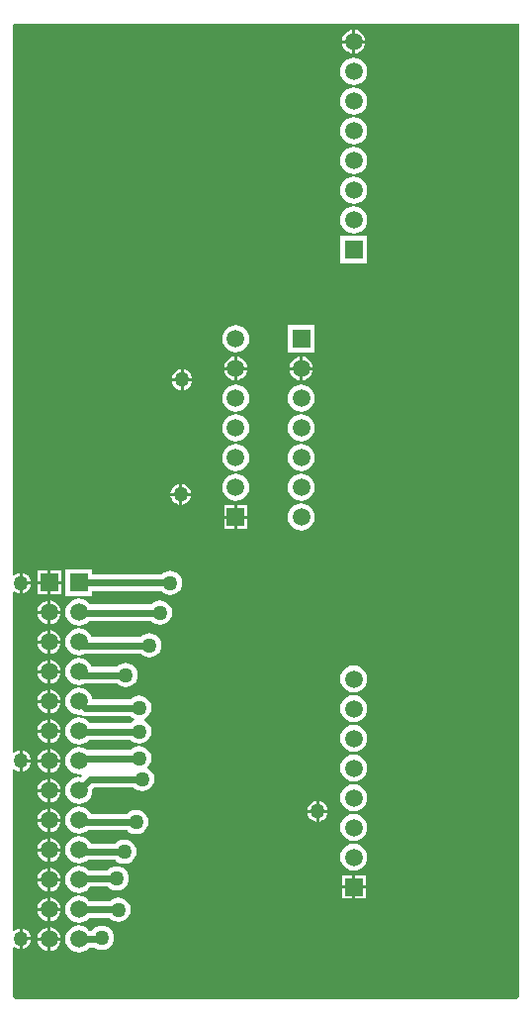
<source format=gtl>
G04 Layer_Physical_Order=1*
G04 Layer_Color=255*
%FSLAX24Y24*%
%MOIN*%
G70*
G01*
G75*
%ADD10C,0.0236*%
%ADD11C,0.0591*%
%ADD12R,0.0591X0.0591*%
%ADD13C,0.0500*%
G36*
X62677Y48835D02*
Y16126D01*
X62575Y16024D01*
X45693D01*
X45591Y16126D01*
Y17778D01*
X45641Y17803D01*
X45690Y17765D01*
X45775Y17730D01*
X45816Y17724D01*
Y18071D01*
Y18417D01*
X45775Y18412D01*
X45690Y18377D01*
X45641Y18339D01*
X45591Y18364D01*
Y23762D01*
X45641Y23787D01*
X45690Y23749D01*
X45775Y23714D01*
X45816Y23709D01*
Y24055D01*
Y24402D01*
X45775Y24396D01*
X45690Y24361D01*
X45641Y24323D01*
X45591Y24348D01*
Y29747D01*
X45641Y29771D01*
X45690Y29734D01*
X45775Y29698D01*
X45816Y29693D01*
Y30039D01*
Y30386D01*
X45775Y30380D01*
X45690Y30345D01*
X45641Y30307D01*
X45591Y30332D01*
Y48827D01*
X45630Y48858D01*
X62654D01*
X62677Y48835D01*
D02*
G37*
%LPC*%
G36*
X57087Y24276D02*
X56968Y24260D01*
X56858Y24214D01*
X56764Y24142D01*
X56691Y24047D01*
X56646Y23937D01*
X56630Y23819D01*
X56646Y23701D01*
X56691Y23591D01*
X56764Y23496D01*
X56858Y23423D01*
X56968Y23378D01*
X57087Y23362D01*
X57205Y23378D01*
X57315Y23423D01*
X57410Y23496D01*
X57482Y23591D01*
X57528Y23701D01*
X57543Y23819D01*
X57528Y23937D01*
X57482Y24047D01*
X57410Y24142D01*
X57315Y24214D01*
X57205Y24260D01*
X57087Y24276D01*
D02*
G37*
G36*
X46870Y23455D02*
Y23113D01*
X47213D01*
X47206Y23166D01*
X47166Y23262D01*
X47102Y23345D01*
X47020Y23408D01*
X46924Y23448D01*
X46870Y23455D01*
D02*
G37*
G36*
X46770Y23455D02*
X46717Y23448D01*
X46621Y23408D01*
X46539Y23345D01*
X46475Y23262D01*
X46435Y23166D01*
X46428Y23113D01*
X46770D01*
Y23455D01*
D02*
G37*
G36*
Y24013D02*
X46428D01*
X46435Y23960D01*
X46475Y23864D01*
X46539Y23781D01*
X46621Y23718D01*
X46717Y23678D01*
X46770Y23671D01*
Y24013D01*
D02*
G37*
G36*
X45916Y24402D02*
Y24105D01*
X46213D01*
X46207Y24146D01*
X46172Y24232D01*
X46116Y24305D01*
X46043Y24361D01*
X45958Y24396D01*
X45916Y24402D01*
D02*
G37*
G36*
X46213Y24005D02*
X45916D01*
Y23709D01*
X45958Y23714D01*
X46043Y23749D01*
X46116Y23805D01*
X46172Y23879D01*
X46207Y23964D01*
X46213Y24005D01*
D02*
G37*
G36*
X47213Y24013D02*
X46870D01*
Y23671D01*
X46924Y23678D01*
X47020Y23718D01*
X47102Y23781D01*
X47166Y23864D01*
X47206Y23960D01*
X47213Y24013D01*
D02*
G37*
G36*
X46870Y22455D02*
Y22113D01*
X47213D01*
X47206Y22166D01*
X47166Y22262D01*
X47102Y22345D01*
X47020Y22408D01*
X46924Y22448D01*
X46870Y22455D01*
D02*
G37*
G36*
X57087Y23276D02*
X56968Y23260D01*
X56858Y23214D01*
X56764Y23142D01*
X56691Y23047D01*
X56646Y22937D01*
X56630Y22819D01*
X56646Y22701D01*
X56691Y22591D01*
X56764Y22496D01*
X56858Y22423D01*
X56968Y22378D01*
X57087Y22362D01*
X57205Y22378D01*
X57315Y22423D01*
X57410Y22496D01*
X57482Y22591D01*
X57528Y22701D01*
X57543Y22819D01*
X57528Y22937D01*
X57482Y23047D01*
X57410Y23142D01*
X57315Y23214D01*
X57205Y23260D01*
X57087Y23276D01*
D02*
G37*
G36*
X56213Y22312D02*
X55916D01*
Y22016D01*
X55958Y22021D01*
X56043Y22056D01*
X56116Y22113D01*
X56172Y22186D01*
X56207Y22271D01*
X56213Y22312D01*
D02*
G37*
G36*
X46770Y22455D02*
X46717Y22448D01*
X46621Y22408D01*
X46539Y22345D01*
X46475Y22262D01*
X46435Y22166D01*
X46428Y22113D01*
X46770D01*
Y22455D01*
D02*
G37*
G36*
Y23013D02*
X46428D01*
X46435Y22960D01*
X46475Y22864D01*
X46539Y22781D01*
X46621Y22718D01*
X46717Y22678D01*
X46770Y22671D01*
Y23013D01*
D02*
G37*
G36*
X47213D02*
X46870D01*
Y22671D01*
X46924Y22678D01*
X47020Y22718D01*
X47102Y22781D01*
X47166Y22864D01*
X47206Y22960D01*
X47213Y23013D01*
D02*
G37*
G36*
X55816Y22709D02*
X55775Y22703D01*
X55690Y22668D01*
X55617Y22612D01*
X55560Y22539D01*
X55525Y22454D01*
X55520Y22412D01*
X55816D01*
Y22709D01*
D02*
G37*
G36*
X55916D02*
Y22412D01*
X56213D01*
X56207Y22454D01*
X56172Y22539D01*
X56116Y22612D01*
X56043Y22668D01*
X55958Y22703D01*
X55916Y22709D01*
D02*
G37*
G36*
X46770Y26013D02*
X46428D01*
X46435Y25960D01*
X46475Y25864D01*
X46539Y25781D01*
X46621Y25718D01*
X46717Y25678D01*
X46770Y25671D01*
Y26013D01*
D02*
G37*
G36*
X47213D02*
X46870D01*
Y25671D01*
X46924Y25678D01*
X47020Y25718D01*
X47102Y25781D01*
X47166Y25864D01*
X47206Y25960D01*
X47213Y26013D01*
D02*
G37*
G36*
X47820Y26520D02*
X47702Y26504D01*
X47592Y26458D01*
X47498Y26386D01*
X47425Y26291D01*
X47379Y26181D01*
X47364Y26063D01*
X47379Y25945D01*
X47425Y25835D01*
X47498Y25740D01*
X47592Y25668D01*
X47702Y25622D01*
X47820Y25606D01*
X47887Y25615D01*
X47894Y25609D01*
X47962Y25582D01*
X48033Y25572D01*
X49550D01*
X49559Y25559D01*
X49644Y25494D01*
X49686Y25477D01*
Y25423D01*
X49644Y25406D01*
X49559Y25341D01*
X49550Y25328D01*
X48188D01*
X48143Y25386D01*
X48049Y25458D01*
X47939Y25504D01*
X47820Y25520D01*
X47702Y25504D01*
X47592Y25458D01*
X47498Y25386D01*
X47425Y25291D01*
X47379Y25181D01*
X47364Y25063D01*
X47379Y24945D01*
X47425Y24835D01*
X47498Y24740D01*
X47592Y24668D01*
X47702Y24622D01*
X47820Y24606D01*
X47939Y24622D01*
X48049Y24668D01*
X48143Y24740D01*
X48168Y24772D01*
X49550D01*
X49559Y24759D01*
X49644Y24694D01*
X49744Y24653D01*
X49850Y24639D01*
X49956Y24653D01*
X50055Y24694D01*
X50141Y24759D01*
X50206Y24845D01*
X50247Y24944D01*
X50261Y25050D01*
X50247Y25156D01*
X50206Y25255D01*
X50141Y25341D01*
X50055Y25406D01*
X50014Y25423D01*
Y25477D01*
X50055Y25494D01*
X50141Y25559D01*
X50206Y25645D01*
X50247Y25744D01*
X50261Y25850D01*
X50247Y25956D01*
X50206Y26056D01*
X50141Y26141D01*
X50055Y26206D01*
X49956Y26247D01*
X49850Y26261D01*
X49744Y26247D01*
X49644Y26206D01*
X49559Y26141D01*
X49550Y26128D01*
X48269D01*
X48262Y26181D01*
X48216Y26291D01*
X48143Y26386D01*
X48049Y26458D01*
X47939Y26504D01*
X47820Y26520D01*
D02*
G37*
G36*
X57087Y26276D02*
X56968Y26260D01*
X56858Y26214D01*
X56764Y26142D01*
X56691Y26047D01*
X56646Y25937D01*
X56630Y25819D01*
X56646Y25701D01*
X56691Y25591D01*
X56764Y25496D01*
X56858Y25423D01*
X56968Y25378D01*
X57087Y25362D01*
X57205Y25378D01*
X57315Y25423D01*
X57410Y25496D01*
X57482Y25591D01*
X57528Y25701D01*
X57543Y25819D01*
X57528Y25937D01*
X57482Y26047D01*
X57410Y26142D01*
X57315Y26214D01*
X57205Y26260D01*
X57087Y26276D01*
D02*
G37*
G36*
Y27276D02*
X56968Y27260D01*
X56858Y27214D01*
X56764Y27142D01*
X56691Y27047D01*
X56646Y26937D01*
X56630Y26819D01*
X56646Y26701D01*
X56691Y26591D01*
X56764Y26496D01*
X56858Y26423D01*
X56968Y26378D01*
X57087Y26362D01*
X57205Y26378D01*
X57315Y26423D01*
X57410Y26496D01*
X57482Y26591D01*
X57528Y26701D01*
X57543Y26819D01*
X57528Y26937D01*
X57482Y27047D01*
X57410Y27142D01*
X57315Y27214D01*
X57205Y27260D01*
X57087Y27276D01*
D02*
G37*
G36*
X47820Y27520D02*
X47702Y27504D01*
X47592Y27458D01*
X47498Y27386D01*
X47425Y27291D01*
X47379Y27181D01*
X47364Y27063D01*
X47379Y26945D01*
X47425Y26835D01*
X47498Y26740D01*
X47592Y26668D01*
X47702Y26622D01*
X47820Y26606D01*
X47939Y26622D01*
X48049Y26668D01*
X48055Y26672D01*
X49100D01*
X49109Y26659D01*
X49194Y26594D01*
X49294Y26553D01*
X49400Y26539D01*
X49506Y26553D01*
X49605Y26594D01*
X49691Y26659D01*
X49756Y26744D01*
X49797Y26844D01*
X49811Y26950D01*
X49797Y27056D01*
X49756Y27155D01*
X49691Y27241D01*
X49605Y27306D01*
X49506Y27347D01*
X49400Y27361D01*
X49294Y27347D01*
X49194Y27306D01*
X49109Y27241D01*
X49100Y27228D01*
X48242D01*
X48216Y27291D01*
X48143Y27386D01*
X48049Y27458D01*
X47939Y27504D01*
X47820Y27520D01*
D02*
G37*
G36*
X46770Y26455D02*
X46717Y26448D01*
X46621Y26408D01*
X46539Y26345D01*
X46475Y26262D01*
X46435Y26166D01*
X46428Y26113D01*
X46770D01*
Y26455D01*
D02*
G37*
G36*
X46870Y26455D02*
Y26113D01*
X47213D01*
X47206Y26166D01*
X47166Y26262D01*
X47102Y26345D01*
X47020Y26408D01*
X46924Y26448D01*
X46870Y26455D01*
D02*
G37*
G36*
X57087Y25276D02*
X56968Y25260D01*
X56858Y25214D01*
X56764Y25142D01*
X56691Y25047D01*
X56646Y24937D01*
X56630Y24819D01*
X56646Y24701D01*
X56691Y24591D01*
X56764Y24496D01*
X56858Y24423D01*
X56968Y24378D01*
X57087Y24362D01*
X57205Y24378D01*
X57315Y24423D01*
X57410Y24496D01*
X57482Y24591D01*
X57528Y24701D01*
X57543Y24819D01*
X57528Y24937D01*
X57482Y25047D01*
X57410Y25142D01*
X57315Y25214D01*
X57205Y25260D01*
X57087Y25276D01*
D02*
G37*
G36*
X49850Y24561D02*
X49744Y24547D01*
X49644Y24506D01*
X49559Y24441D01*
X49550Y24428D01*
X48089D01*
X48049Y24458D01*
X47939Y24504D01*
X47820Y24520D01*
X47702Y24504D01*
X47592Y24458D01*
X47498Y24386D01*
X47425Y24291D01*
X47379Y24181D01*
X47364Y24063D01*
X47379Y23945D01*
X47425Y23835D01*
X47498Y23740D01*
X47592Y23668D01*
X47702Y23622D01*
X47820Y23606D01*
X47912Y23618D01*
X47935Y23571D01*
X47877Y23512D01*
X47820Y23520D01*
X47702Y23504D01*
X47592Y23458D01*
X47498Y23386D01*
X47425Y23291D01*
X47379Y23181D01*
X47364Y23063D01*
X47379Y22945D01*
X47425Y22835D01*
X47498Y22740D01*
X47592Y22668D01*
X47702Y22622D01*
X47820Y22606D01*
X47939Y22622D01*
X48049Y22668D01*
X48143Y22740D01*
X48216Y22835D01*
X48262Y22945D01*
X48277Y23063D01*
X48270Y23119D01*
X48323Y23172D01*
X49650D01*
X49659Y23159D01*
X49745Y23094D01*
X49844Y23053D01*
X49950Y23039D01*
X50056Y23053D01*
X50156Y23094D01*
X50241Y23159D01*
X50306Y23245D01*
X50347Y23344D01*
X50361Y23450D01*
X50347Y23556D01*
X50306Y23656D01*
X50241Y23741D01*
X50156Y23806D01*
X50147Y23810D01*
X50144Y23828D01*
X50145Y23865D01*
X50206Y23944D01*
X50247Y24044D01*
X50261Y24150D01*
X50247Y24256D01*
X50206Y24355D01*
X50141Y24441D01*
X50055Y24506D01*
X49956Y24547D01*
X49850Y24561D01*
D02*
G37*
G36*
X46770Y24455D02*
X46717Y24448D01*
X46621Y24408D01*
X46539Y24345D01*
X46475Y24262D01*
X46435Y24166D01*
X46428Y24113D01*
X46770D01*
Y24455D01*
D02*
G37*
G36*
X46870Y24455D02*
Y24113D01*
X47213D01*
X47206Y24166D01*
X47166Y24262D01*
X47102Y24345D01*
X47020Y24408D01*
X46924Y24448D01*
X46870Y24455D01*
D02*
G37*
G36*
X46770Y25455D02*
X46717Y25448D01*
X46621Y25408D01*
X46539Y25345D01*
X46475Y25262D01*
X46435Y25166D01*
X46428Y25113D01*
X46770D01*
Y25455D01*
D02*
G37*
G36*
X46870Y25455D02*
Y25113D01*
X47213D01*
X47206Y25166D01*
X47166Y25262D01*
X47102Y25345D01*
X47020Y25408D01*
X46924Y25448D01*
X46870Y25455D01*
D02*
G37*
G36*
X46770Y25013D02*
X46428D01*
X46435Y24960D01*
X46475Y24864D01*
X46539Y24781D01*
X46621Y24718D01*
X46717Y24678D01*
X46770Y24671D01*
Y25013D01*
D02*
G37*
G36*
X47213D02*
X46870D01*
Y24671D01*
X46924Y24678D01*
X47020Y24718D01*
X47102Y24781D01*
X47166Y24864D01*
X47206Y24960D01*
X47213Y25013D01*
D02*
G37*
G36*
X46770Y19455D02*
X46717Y19448D01*
X46621Y19408D01*
X46539Y19345D01*
X46475Y19262D01*
X46435Y19166D01*
X46428Y19113D01*
X46770D01*
Y19455D01*
D02*
G37*
G36*
X46870Y19455D02*
Y19113D01*
X47213D01*
X47206Y19166D01*
X47166Y19262D01*
X47102Y19345D01*
X47020Y19408D01*
X46924Y19448D01*
X46870Y19455D01*
D02*
G37*
G36*
X46770Y19013D02*
X46428D01*
X46435Y18960D01*
X46475Y18864D01*
X46539Y18781D01*
X46621Y18718D01*
X46717Y18678D01*
X46770Y18671D01*
Y19013D01*
D02*
G37*
G36*
X47213D02*
X46870D01*
Y18671D01*
X46924Y18678D01*
X47020Y18718D01*
X47102Y18781D01*
X47166Y18864D01*
X47206Y18960D01*
X47213Y19013D01*
D02*
G37*
G36*
X46770Y20013D02*
X46428D01*
X46435Y19960D01*
X46475Y19864D01*
X46539Y19781D01*
X46621Y19718D01*
X46717Y19678D01*
X46770Y19671D01*
Y20013D01*
D02*
G37*
G36*
X47213D02*
X46870D01*
Y19671D01*
X46924Y19678D01*
X47020Y19718D01*
X47102Y19781D01*
X47166Y19864D01*
X47206Y19960D01*
X47213Y20013D01*
D02*
G37*
G36*
X57037Y19769D02*
X56691D01*
Y19424D01*
X57037D01*
Y19769D01*
D02*
G37*
G36*
X57482D02*
X57137D01*
Y19424D01*
X57482D01*
Y19769D01*
D02*
G37*
G36*
X47820Y18520D02*
X47702Y18504D01*
X47592Y18458D01*
X47498Y18386D01*
X47425Y18291D01*
X47379Y18181D01*
X47364Y18063D01*
X47379Y17945D01*
X47425Y17835D01*
X47498Y17740D01*
X47592Y17668D01*
X47702Y17622D01*
X47820Y17606D01*
X47939Y17622D01*
X48049Y17668D01*
X48143Y17740D01*
X48178Y17785D01*
X48341D01*
X48394Y17744D01*
X48494Y17703D01*
X48600Y17689D01*
X48706Y17703D01*
X48805Y17744D01*
X48891Y17809D01*
X48956Y17895D01*
X48997Y17994D01*
X49011Y18100D01*
X48997Y18206D01*
X48956Y18305D01*
X48891Y18391D01*
X48805Y18456D01*
X48706Y18497D01*
X48600Y18511D01*
X48494Y18497D01*
X48394Y18456D01*
X48309Y18391D01*
X48271Y18341D01*
X48178D01*
X48143Y18386D01*
X48049Y18458D01*
X47939Y18504D01*
X47820Y18520D01*
D02*
G37*
G36*
X46213Y18021D02*
X45916D01*
Y17724D01*
X45958Y17730D01*
X46043Y17765D01*
X46116Y17821D01*
X46172Y17894D01*
X46207Y17980D01*
X46213Y18021D01*
D02*
G37*
G36*
X46770Y18013D02*
X46428D01*
X46435Y17960D01*
X46475Y17864D01*
X46539Y17781D01*
X46621Y17718D01*
X46717Y17678D01*
X46770Y17671D01*
Y18013D01*
D02*
G37*
G36*
X47213D02*
X46870D01*
Y17671D01*
X46924Y17678D01*
X47020Y17718D01*
X47102Y17781D01*
X47166Y17864D01*
X47206Y17960D01*
X47213Y18013D01*
D02*
G37*
G36*
X45916Y18417D02*
Y18121D01*
X46213D01*
X46207Y18162D01*
X46172Y18247D01*
X46116Y18320D01*
X46043Y18377D01*
X45958Y18412D01*
X45916Y18417D01*
D02*
G37*
G36*
X47820Y19520D02*
X47702Y19504D01*
X47592Y19458D01*
X47498Y19386D01*
X47425Y19291D01*
X47379Y19181D01*
X47364Y19063D01*
X47379Y18945D01*
X47425Y18835D01*
X47498Y18740D01*
X47592Y18668D01*
X47702Y18622D01*
X47820Y18606D01*
X47939Y18622D01*
X48049Y18668D01*
X48143Y18740D01*
X48178Y18785D01*
X48840D01*
X48859Y18759D01*
X48945Y18694D01*
X49044Y18653D01*
X49150Y18639D01*
X49256Y18653D01*
X49356Y18694D01*
X49441Y18759D01*
X49506Y18844D01*
X49547Y18944D01*
X49561Y19050D01*
X49547Y19156D01*
X49506Y19255D01*
X49441Y19341D01*
X49356Y19406D01*
X49256Y19447D01*
X49150Y19461D01*
X49044Y19447D01*
X48945Y19406D01*
X48860Y19341D01*
X48178D01*
X48143Y19386D01*
X48049Y19458D01*
X47939Y19504D01*
X47820Y19520D01*
D02*
G37*
G36*
X46770Y18455D02*
X46717Y18448D01*
X46621Y18408D01*
X46539Y18345D01*
X46475Y18262D01*
X46435Y18166D01*
X46428Y18113D01*
X46770D01*
Y18455D01*
D02*
G37*
G36*
X46870Y18455D02*
Y18113D01*
X47213D01*
X47206Y18166D01*
X47166Y18262D01*
X47102Y18345D01*
X47020Y18408D01*
X46924Y18448D01*
X46870Y18455D01*
D02*
G37*
G36*
Y21455D02*
Y21113D01*
X47213D01*
X47206Y21166D01*
X47166Y21262D01*
X47102Y21345D01*
X47020Y21408D01*
X46924Y21448D01*
X46870Y21455D01*
D02*
G37*
G36*
X57087Y22276D02*
X56968Y22260D01*
X56858Y22214D01*
X56764Y22142D01*
X56691Y22047D01*
X56646Y21937D01*
X56630Y21819D01*
X56646Y21701D01*
X56691Y21591D01*
X56764Y21496D01*
X56858Y21423D01*
X56968Y21378D01*
X57087Y21362D01*
X57205Y21378D01*
X57315Y21423D01*
X57410Y21496D01*
X57482Y21591D01*
X57528Y21701D01*
X57543Y21819D01*
X57528Y21937D01*
X57482Y22047D01*
X57410Y22142D01*
X57315Y22214D01*
X57205Y22260D01*
X57087Y22276D01*
D02*
G37*
G36*
X47213Y21013D02*
X46870D01*
Y20671D01*
X46924Y20678D01*
X47020Y20718D01*
X47102Y20781D01*
X47166Y20864D01*
X47206Y20960D01*
X47213Y21013D01*
D02*
G37*
G36*
X46770Y21455D02*
X46717Y21448D01*
X46621Y21408D01*
X46539Y21345D01*
X46475Y21262D01*
X46435Y21166D01*
X46428Y21113D01*
X46770D01*
Y21455D01*
D02*
G37*
G36*
X47213Y22013D02*
X46870D01*
Y21671D01*
X46924Y21678D01*
X47020Y21718D01*
X47102Y21781D01*
X47166Y21864D01*
X47206Y21960D01*
X47213Y22013D01*
D02*
G37*
G36*
X55816Y22312D02*
X55520D01*
X55525Y22271D01*
X55560Y22186D01*
X55617Y22113D01*
X55690Y22056D01*
X55775Y22021D01*
X55816Y22016D01*
Y22312D01*
D02*
G37*
G36*
X47820Y22520D02*
X47702Y22504D01*
X47592Y22458D01*
X47498Y22386D01*
X47425Y22291D01*
X47379Y22181D01*
X47364Y22063D01*
X47379Y21945D01*
X47425Y21835D01*
X47498Y21740D01*
X47592Y21668D01*
X47702Y21622D01*
X47820Y21606D01*
X47939Y21622D01*
X48049Y21668D01*
X48120Y21722D01*
X49450D01*
X49459Y21709D01*
X49545Y21644D01*
X49644Y21603D01*
X49750Y21589D01*
X49856Y21603D01*
X49956Y21644D01*
X50041Y21709D01*
X50106Y21795D01*
X50147Y21894D01*
X50161Y22000D01*
X50147Y22106D01*
X50106Y22206D01*
X50041Y22291D01*
X49956Y22356D01*
X49856Y22397D01*
X49750Y22411D01*
X49644Y22397D01*
X49545Y22356D01*
X49459Y22291D01*
X49450Y22278D01*
X48221D01*
X48216Y22291D01*
X48143Y22386D01*
X48049Y22458D01*
X47939Y22504D01*
X47820Y22520D01*
D02*
G37*
G36*
X46770Y22013D02*
X46428D01*
X46435Y21960D01*
X46475Y21864D01*
X46539Y21781D01*
X46621Y21718D01*
X46717Y21678D01*
X46770Y21671D01*
Y22013D01*
D02*
G37*
G36*
X57482Y20214D02*
X57137D01*
Y19869D01*
X57482D01*
Y20214D01*
D02*
G37*
G36*
X46770Y20455D02*
X46717Y20448D01*
X46621Y20408D01*
X46539Y20345D01*
X46475Y20262D01*
X46435Y20166D01*
X46428Y20113D01*
X46770D01*
Y20455D01*
D02*
G37*
G36*
X47820Y20520D02*
X47702Y20504D01*
X47592Y20458D01*
X47498Y20386D01*
X47425Y20291D01*
X47379Y20181D01*
X47364Y20063D01*
X47379Y19945D01*
X47425Y19835D01*
X47498Y19740D01*
X47592Y19668D01*
X47702Y19622D01*
X47820Y19606D01*
X47939Y19622D01*
X48049Y19668D01*
X48143Y19740D01*
X48206Y19822D01*
X48800D01*
X48809Y19809D01*
X48895Y19744D01*
X48994Y19703D01*
X49100Y19689D01*
X49206Y19703D01*
X49306Y19744D01*
X49391Y19809D01*
X49456Y19894D01*
X49497Y19994D01*
X49511Y20100D01*
X49497Y20206D01*
X49456Y20306D01*
X49391Y20391D01*
X49306Y20456D01*
X49206Y20497D01*
X49100Y20511D01*
X48994Y20497D01*
X48895Y20456D01*
X48809Y20391D01*
X48800Y20378D01*
X48149D01*
X48143Y20386D01*
X48049Y20458D01*
X47939Y20504D01*
X47820Y20520D01*
D02*
G37*
G36*
X57037Y20214D02*
X56691D01*
Y19869D01*
X57037D01*
Y20214D01*
D02*
G37*
G36*
X47820Y21520D02*
X47702Y21504D01*
X47592Y21458D01*
X47498Y21386D01*
X47425Y21291D01*
X47379Y21181D01*
X47364Y21063D01*
X47379Y20945D01*
X47425Y20835D01*
X47498Y20740D01*
X47592Y20668D01*
X47702Y20622D01*
X47820Y20606D01*
X47939Y20622D01*
X48049Y20668D01*
X48120Y20722D01*
X49050D01*
X49059Y20709D01*
X49145Y20644D01*
X49244Y20603D01*
X49350Y20589D01*
X49456Y20603D01*
X49556Y20644D01*
X49641Y20709D01*
X49706Y20794D01*
X49747Y20894D01*
X49761Y21000D01*
X49747Y21106D01*
X49706Y21205D01*
X49641Y21291D01*
X49556Y21356D01*
X49456Y21397D01*
X49350Y21411D01*
X49244Y21397D01*
X49145Y21356D01*
X49059Y21291D01*
X49050Y21278D01*
X48221D01*
X48216Y21291D01*
X48143Y21386D01*
X48049Y21458D01*
X47939Y21504D01*
X47820Y21520D01*
D02*
G37*
G36*
X46770Y21013D02*
X46428D01*
X46435Y20960D01*
X46475Y20864D01*
X46539Y20781D01*
X46621Y20718D01*
X46717Y20678D01*
X46770Y20671D01*
Y21013D01*
D02*
G37*
G36*
X46870Y20455D02*
Y20113D01*
X47213D01*
X47206Y20166D01*
X47166Y20262D01*
X47102Y20345D01*
X47020Y20408D01*
X46924Y20448D01*
X46870Y20455D01*
D02*
G37*
G36*
X57087Y21276D02*
X56968Y21260D01*
X56858Y21214D01*
X56764Y21142D01*
X56691Y21047D01*
X56646Y20937D01*
X56630Y20819D01*
X56646Y20701D01*
X56691Y20591D01*
X56764Y20496D01*
X56858Y20423D01*
X56968Y20378D01*
X57087Y20362D01*
X57205Y20378D01*
X57315Y20423D01*
X57410Y20496D01*
X57482Y20591D01*
X57528Y20701D01*
X57543Y20819D01*
X57528Y20937D01*
X57482Y21047D01*
X57410Y21142D01*
X57315Y21214D01*
X57205Y21260D01*
X57087Y21276D01*
D02*
G37*
G36*
X55707Y37218D02*
X55365D01*
Y36876D01*
X55418Y36883D01*
X55514Y36922D01*
X55597Y36986D01*
X55660Y37068D01*
X55700Y37165D01*
X55707Y37218D01*
D02*
G37*
G36*
X55265D02*
X54923D01*
X54930Y37165D01*
X54970Y37068D01*
X55033Y36986D01*
X55116Y36922D01*
X55212Y36883D01*
X55265Y36876D01*
Y37218D01*
D02*
G37*
G36*
X53502Y37218D02*
X53160D01*
Y36876D01*
X53213Y36883D01*
X53310Y36922D01*
X53392Y36986D01*
X53456Y37068D01*
X53495Y37165D01*
X53502Y37218D01*
D02*
G37*
G36*
X53060D02*
X52718D01*
X52725Y37165D01*
X52765Y37068D01*
X52828Y36986D01*
X52911Y36922D01*
X53007Y36883D01*
X53060Y36876D01*
Y37218D01*
D02*
G37*
G36*
X55265Y37660D02*
X55212Y37653D01*
X55116Y37613D01*
X55033Y37550D01*
X54970Y37467D01*
X54930Y37371D01*
X54923Y37318D01*
X55265D01*
Y37660D01*
D02*
G37*
G36*
X51349Y37236D02*
Y36940D01*
X51646D01*
X51640Y36981D01*
X51605Y37066D01*
X51549Y37139D01*
X51476Y37195D01*
X51391Y37231D01*
X51349Y37236D01*
D02*
G37*
G36*
X51249D02*
X51208Y37231D01*
X51123Y37195D01*
X51050Y37139D01*
X50993Y37066D01*
X50958Y36981D01*
X50953Y36940D01*
X51249D01*
Y37236D01*
D02*
G37*
G36*
X51646Y36840D02*
X51349D01*
Y36543D01*
X51391Y36549D01*
X51476Y36584D01*
X51549Y36640D01*
X51605Y36713D01*
X51640Y36798D01*
X51646Y36840D01*
D02*
G37*
G36*
X53110Y35724D02*
X52992Y35709D01*
X52882Y35663D01*
X52787Y35591D01*
X52715Y35496D01*
X52669Y35386D01*
X52654Y35268D01*
X52669Y35150D01*
X52715Y35039D01*
X52787Y34945D01*
X52882Y34872D01*
X52992Y34827D01*
X53110Y34811D01*
X53228Y34827D01*
X53339Y34872D01*
X53433Y34945D01*
X53506Y35039D01*
X53551Y35150D01*
X53567Y35268D01*
X53551Y35386D01*
X53506Y35496D01*
X53433Y35591D01*
X53339Y35663D01*
X53228Y35709D01*
X53110Y35724D01*
D02*
G37*
G36*
X55315Y34724D02*
X55197Y34709D01*
X55087Y34663D01*
X54992Y34591D01*
X54919Y34496D01*
X54874Y34386D01*
X54858Y34268D01*
X54874Y34150D01*
X54919Y34039D01*
X54992Y33945D01*
X55087Y33872D01*
X55197Y33827D01*
X55315Y33811D01*
X55433Y33827D01*
X55543Y33872D01*
X55638Y33945D01*
X55710Y34039D01*
X55756Y34150D01*
X55772Y34268D01*
X55756Y34386D01*
X55710Y34496D01*
X55638Y34591D01*
X55543Y34663D01*
X55433Y34709D01*
X55315Y34724D01*
D02*
G37*
G36*
X53110D02*
X52992Y34709D01*
X52882Y34663D01*
X52787Y34591D01*
X52715Y34496D01*
X52669Y34386D01*
X52654Y34268D01*
X52669Y34150D01*
X52715Y34039D01*
X52787Y33945D01*
X52882Y33872D01*
X52992Y33827D01*
X53110Y33811D01*
X53228Y33827D01*
X53339Y33872D01*
X53433Y33945D01*
X53506Y34039D01*
X53551Y34150D01*
X53567Y34268D01*
X53551Y34386D01*
X53506Y34496D01*
X53433Y34591D01*
X53339Y34663D01*
X53228Y34709D01*
X53110Y34724D01*
D02*
G37*
G36*
X55315Y35724D02*
X55197Y35709D01*
X55087Y35663D01*
X54992Y35591D01*
X54919Y35496D01*
X54874Y35386D01*
X54858Y35268D01*
X54874Y35150D01*
X54919Y35039D01*
X54992Y34945D01*
X55087Y34872D01*
X55197Y34827D01*
X55315Y34811D01*
X55433Y34827D01*
X55543Y34872D01*
X55638Y34945D01*
X55710Y35039D01*
X55756Y35150D01*
X55772Y35268D01*
X55756Y35386D01*
X55710Y35496D01*
X55638Y35591D01*
X55543Y35663D01*
X55433Y35709D01*
X55315Y35724D01*
D02*
G37*
G36*
X51249Y36840D02*
X50953D01*
X50958Y36798D01*
X50993Y36713D01*
X51050Y36640D01*
X51123Y36584D01*
X51208Y36549D01*
X51249Y36543D01*
Y36840D01*
D02*
G37*
G36*
X55315Y36724D02*
X55197Y36709D01*
X55087Y36663D01*
X54992Y36591D01*
X54919Y36496D01*
X54874Y36386D01*
X54858Y36268D01*
X54874Y36150D01*
X54919Y36039D01*
X54992Y35945D01*
X55087Y35872D01*
X55197Y35827D01*
X55315Y35811D01*
X55433Y35827D01*
X55543Y35872D01*
X55638Y35945D01*
X55710Y36039D01*
X55756Y36150D01*
X55772Y36268D01*
X55756Y36386D01*
X55710Y36496D01*
X55638Y36591D01*
X55543Y36663D01*
X55433Y36709D01*
X55315Y36724D01*
D02*
G37*
G36*
X53110D02*
X52992Y36709D01*
X52882Y36663D01*
X52787Y36591D01*
X52715Y36496D01*
X52669Y36386D01*
X52654Y36268D01*
X52669Y36150D01*
X52715Y36039D01*
X52787Y35945D01*
X52882Y35872D01*
X52992Y35827D01*
X53110Y35811D01*
X53228Y35827D01*
X53339Y35872D01*
X53433Y35945D01*
X53506Y36039D01*
X53551Y36150D01*
X53567Y36268D01*
X53551Y36386D01*
X53506Y36496D01*
X53433Y36591D01*
X53339Y36663D01*
X53228Y36709D01*
X53110Y36724D01*
D02*
G37*
G36*
X55365Y37660D02*
Y37318D01*
X55707D01*
X55700Y37371D01*
X55660Y37467D01*
X55597Y37550D01*
X55514Y37613D01*
X55418Y37653D01*
X55365Y37660D01*
D02*
G37*
G36*
X57087Y47724D02*
X56968Y47709D01*
X56858Y47663D01*
X56764Y47591D01*
X56691Y47496D01*
X56646Y47386D01*
X56630Y47268D01*
X56646Y47150D01*
X56691Y47039D01*
X56764Y46945D01*
X56858Y46872D01*
X56968Y46827D01*
X57087Y46811D01*
X57205Y46827D01*
X57315Y46872D01*
X57410Y46945D01*
X57482Y47039D01*
X57528Y47150D01*
X57543Y47268D01*
X57528Y47386D01*
X57482Y47496D01*
X57410Y47591D01*
X57315Y47663D01*
X57205Y47709D01*
X57087Y47724D01*
D02*
G37*
G36*
Y46724D02*
X56968Y46709D01*
X56858Y46663D01*
X56764Y46591D01*
X56691Y46496D01*
X56646Y46386D01*
X56630Y46268D01*
X56646Y46150D01*
X56691Y46039D01*
X56764Y45945D01*
X56858Y45872D01*
X56968Y45827D01*
X57087Y45811D01*
X57205Y45827D01*
X57315Y45872D01*
X57410Y45945D01*
X57482Y46039D01*
X57528Y46150D01*
X57543Y46268D01*
X57528Y46386D01*
X57482Y46496D01*
X57410Y46591D01*
X57315Y46663D01*
X57205Y46709D01*
X57087Y46724D01*
D02*
G37*
G36*
Y45724D02*
X56968Y45709D01*
X56858Y45663D01*
X56764Y45591D01*
X56691Y45496D01*
X56646Y45386D01*
X56630Y45268D01*
X56646Y45150D01*
X56691Y45039D01*
X56764Y44945D01*
X56858Y44872D01*
X56968Y44827D01*
X57087Y44811D01*
X57205Y44827D01*
X57315Y44872D01*
X57410Y44945D01*
X57482Y45039D01*
X57528Y45150D01*
X57543Y45268D01*
X57528Y45386D01*
X57482Y45496D01*
X57410Y45591D01*
X57315Y45663D01*
X57205Y45709D01*
X57087Y45724D01*
D02*
G37*
G36*
X57037Y48218D02*
X56695D01*
X56702Y48165D01*
X56741Y48068D01*
X56805Y47986D01*
X56887Y47922D01*
X56983Y47883D01*
X57037Y47876D01*
Y48218D01*
D02*
G37*
G36*
X57137Y48660D02*
Y48318D01*
X57479D01*
X57472Y48371D01*
X57432Y48467D01*
X57369Y48550D01*
X57286Y48613D01*
X57190Y48653D01*
X57137Y48660D01*
D02*
G37*
G36*
X57037D02*
X56983Y48653D01*
X56887Y48613D01*
X56805Y48550D01*
X56741Y48467D01*
X56702Y48371D01*
X56695Y48318D01*
X57037D01*
Y48660D01*
D02*
G37*
G36*
X57479Y48218D02*
X57137D01*
Y47876D01*
X57190Y47883D01*
X57286Y47922D01*
X57369Y47986D01*
X57432Y48068D01*
X57472Y48165D01*
X57479Y48218D01*
D02*
G37*
G36*
X57087Y44724D02*
X56968Y44709D01*
X56858Y44663D01*
X56764Y44591D01*
X56691Y44496D01*
X56646Y44386D01*
X56630Y44268D01*
X56646Y44150D01*
X56691Y44039D01*
X56764Y43945D01*
X56858Y43872D01*
X56968Y43827D01*
X57087Y43811D01*
X57205Y43827D01*
X57315Y43872D01*
X57410Y43945D01*
X57482Y44039D01*
X57528Y44150D01*
X57543Y44268D01*
X57528Y44386D01*
X57482Y44496D01*
X57410Y44591D01*
X57315Y44663D01*
X57205Y44709D01*
X57087Y44724D01*
D02*
G37*
G36*
X53110Y38724D02*
X52992Y38709D01*
X52882Y38663D01*
X52787Y38591D01*
X52715Y38496D01*
X52669Y38386D01*
X52654Y38268D01*
X52669Y38150D01*
X52715Y38039D01*
X52787Y37945D01*
X52882Y37872D01*
X52992Y37827D01*
X53110Y37811D01*
X53228Y37827D01*
X53339Y37872D01*
X53433Y37945D01*
X53506Y38039D01*
X53551Y38150D01*
X53567Y38268D01*
X53551Y38386D01*
X53506Y38496D01*
X53433Y38591D01*
X53339Y38663D01*
X53228Y38709D01*
X53110Y38724D01*
D02*
G37*
G36*
X53160Y37660D02*
Y37318D01*
X53502D01*
X53495Y37371D01*
X53456Y37467D01*
X53392Y37550D01*
X53310Y37613D01*
X53213Y37653D01*
X53160Y37660D01*
D02*
G37*
G36*
X53060D02*
X53007Y37653D01*
X52911Y37613D01*
X52828Y37550D01*
X52765Y37467D01*
X52725Y37371D01*
X52718Y37318D01*
X53060D01*
Y37660D01*
D02*
G37*
G36*
X55768Y38720D02*
X54862D01*
Y37815D01*
X55768D01*
Y38720D01*
D02*
G37*
G36*
X57087Y43724D02*
X56968Y43709D01*
X56858Y43663D01*
X56764Y43591D01*
X56691Y43496D01*
X56646Y43386D01*
X56630Y43268D01*
X56646Y43150D01*
X56691Y43039D01*
X56764Y42945D01*
X56858Y42872D01*
X56968Y42827D01*
X57087Y42811D01*
X57205Y42827D01*
X57315Y42872D01*
X57410Y42945D01*
X57482Y43039D01*
X57528Y43150D01*
X57543Y43268D01*
X57528Y43386D01*
X57482Y43496D01*
X57410Y43591D01*
X57315Y43663D01*
X57205Y43709D01*
X57087Y43724D01*
D02*
G37*
G36*
Y42724D02*
X56968Y42709D01*
X56858Y42663D01*
X56764Y42591D01*
X56691Y42496D01*
X56646Y42386D01*
X56630Y42268D01*
X56646Y42150D01*
X56691Y42039D01*
X56764Y41945D01*
X56858Y41872D01*
X56968Y41827D01*
X57087Y41811D01*
X57205Y41827D01*
X57315Y41872D01*
X57410Y41945D01*
X57482Y42039D01*
X57528Y42150D01*
X57543Y42268D01*
X57528Y42386D01*
X57482Y42496D01*
X57410Y42591D01*
X57315Y42663D01*
X57205Y42709D01*
X57087Y42724D01*
D02*
G37*
G36*
X57539Y41720D02*
X56634D01*
Y40815D01*
X57539D01*
Y41720D01*
D02*
G37*
G36*
X51310Y33378D02*
Y33082D01*
X51606D01*
X51601Y33123D01*
X51566Y33208D01*
X51509Y33281D01*
X51436Y33337D01*
X51351Y33372D01*
X51310Y33378D01*
D02*
G37*
G36*
X46770Y29013D02*
X46428D01*
X46435Y28960D01*
X46475Y28864D01*
X46539Y28781D01*
X46621Y28718D01*
X46717Y28678D01*
X46770Y28671D01*
Y29013D01*
D02*
G37*
G36*
X47820Y29520D02*
X47702Y29504D01*
X47592Y29458D01*
X47498Y29386D01*
X47425Y29291D01*
X47379Y29181D01*
X47364Y29063D01*
X47379Y28945D01*
X47425Y28835D01*
X47498Y28740D01*
X47592Y28668D01*
X47702Y28622D01*
X47820Y28606D01*
X47939Y28622D01*
X48049Y28668D01*
X48143Y28740D01*
X48168Y28772D01*
X50250D01*
X50259Y28759D01*
X50345Y28694D01*
X50444Y28653D01*
X50550Y28639D01*
X50656Y28653D01*
X50756Y28694D01*
X50841Y28759D01*
X50906Y28844D01*
X50947Y28944D01*
X50961Y29050D01*
X50947Y29156D01*
X50906Y29255D01*
X50841Y29341D01*
X50756Y29406D01*
X50656Y29447D01*
X50550Y29461D01*
X50444Y29447D01*
X50345Y29406D01*
X50259Y29341D01*
X50250Y29328D01*
X48188D01*
X48143Y29386D01*
X48049Y29458D01*
X47939Y29504D01*
X47820Y29520D01*
D02*
G37*
G36*
X46870Y28455D02*
Y28113D01*
X47213D01*
X47206Y28166D01*
X47166Y28262D01*
X47102Y28345D01*
X47020Y28408D01*
X46924Y28448D01*
X46870Y28455D01*
D02*
G37*
G36*
X47213Y29013D02*
X46870D01*
Y28671D01*
X46924Y28678D01*
X47020Y28718D01*
X47102Y28781D01*
X47166Y28864D01*
X47206Y28960D01*
X47213Y29013D01*
D02*
G37*
G36*
X48273Y30516D02*
X47368D01*
Y29610D01*
X48273D01*
Y29785D01*
X50590D01*
X50609Y29759D01*
X50694Y29694D01*
X50794Y29653D01*
X50900Y29639D01*
X51006Y29653D01*
X51105Y29694D01*
X51191Y29759D01*
X51256Y29845D01*
X51297Y29944D01*
X51311Y30050D01*
X51297Y30156D01*
X51256Y30255D01*
X51191Y30341D01*
X51105Y30406D01*
X51006Y30447D01*
X50900Y30461D01*
X50794Y30447D01*
X50694Y30406D01*
X50610Y30341D01*
X48273D01*
Y30516D01*
D02*
G37*
G36*
X46870Y29455D02*
Y29113D01*
X47213D01*
X47206Y29166D01*
X47166Y29262D01*
X47102Y29345D01*
X47020Y29408D01*
X46924Y29448D01*
X46870Y29455D01*
D02*
G37*
G36*
X46770Y29455D02*
X46717Y29448D01*
X46621Y29408D01*
X46539Y29345D01*
X46475Y29262D01*
X46435Y29166D01*
X46428Y29113D01*
X46770D01*
Y29455D01*
D02*
G37*
G36*
Y28455D02*
X46717Y28448D01*
X46621Y28408D01*
X46539Y28345D01*
X46475Y28262D01*
X46435Y28166D01*
X46428Y28113D01*
X46770D01*
Y28455D01*
D02*
G37*
G36*
Y27455D02*
X46717Y27448D01*
X46621Y27408D01*
X46539Y27345D01*
X46475Y27262D01*
X46435Y27166D01*
X46428Y27113D01*
X46770D01*
Y27455D01*
D02*
G37*
G36*
X47213Y27013D02*
X46870D01*
Y26671D01*
X46924Y26678D01*
X47020Y26718D01*
X47102Y26781D01*
X47166Y26864D01*
X47206Y26960D01*
X47213Y27013D01*
D02*
G37*
G36*
X46770D02*
X46428D01*
X46435Y26960D01*
X46475Y26864D01*
X46539Y26781D01*
X46621Y26718D01*
X46717Y26678D01*
X46770Y26671D01*
Y27013D01*
D02*
G37*
G36*
X46870Y27455D02*
Y27113D01*
X47213D01*
X47206Y27166D01*
X47166Y27262D01*
X47102Y27345D01*
X47020Y27408D01*
X46924Y27448D01*
X46870Y27455D01*
D02*
G37*
G36*
X47213Y28013D02*
X46870D01*
Y27671D01*
X46924Y27678D01*
X47020Y27718D01*
X47102Y27781D01*
X47166Y27864D01*
X47206Y27960D01*
X47213Y28013D01*
D02*
G37*
G36*
X46770D02*
X46428D01*
X46435Y27960D01*
X46475Y27864D01*
X46539Y27781D01*
X46621Y27718D01*
X46717Y27678D01*
X46770Y27671D01*
Y28013D01*
D02*
G37*
G36*
X47820Y28520D02*
X47702Y28504D01*
X47592Y28458D01*
X47498Y28386D01*
X47425Y28291D01*
X47379Y28181D01*
X47364Y28063D01*
X47379Y27945D01*
X47425Y27835D01*
X47498Y27740D01*
X47592Y27668D01*
X47702Y27622D01*
X47820Y27606D01*
X47939Y27622D01*
X48049Y27668D01*
X48055Y27672D01*
X49900D01*
X49909Y27659D01*
X49995Y27594D01*
X50094Y27553D01*
X50200Y27539D01*
X50306Y27553D01*
X50406Y27594D01*
X50491Y27659D01*
X50556Y27745D01*
X50597Y27844D01*
X50611Y27950D01*
X50597Y28056D01*
X50556Y28156D01*
X50491Y28241D01*
X50406Y28306D01*
X50306Y28347D01*
X50200Y28361D01*
X50094Y28347D01*
X49995Y28306D01*
X49909Y28241D01*
X49900Y28228D01*
X48242D01*
X48216Y28291D01*
X48143Y28386D01*
X48049Y28458D01*
X47939Y28504D01*
X47820Y28520D01*
D02*
G37*
G36*
X46770Y30013D02*
X46425D01*
Y29668D01*
X46770D01*
Y30013D01*
D02*
G37*
G36*
X51210Y32982D02*
X50913D01*
X50919Y32940D01*
X50954Y32855D01*
X51010Y32782D01*
X51083Y32726D01*
X51168Y32690D01*
X51210Y32685D01*
Y32982D01*
D02*
G37*
G36*
X53506Y32663D02*
X53160D01*
Y32318D01*
X53506D01*
Y32663D01*
D02*
G37*
G36*
X53060D02*
X52715D01*
Y32318D01*
X53060D01*
Y32663D01*
D02*
G37*
G36*
X51606Y32982D02*
X51310D01*
Y32685D01*
X51351Y32690D01*
X51436Y32726D01*
X51509Y32782D01*
X51566Y32855D01*
X51601Y32940D01*
X51606Y32982D01*
D02*
G37*
G36*
X51210Y33378D02*
X51168Y33372D01*
X51083Y33337D01*
X51010Y33281D01*
X50954Y33208D01*
X50919Y33123D01*
X50913Y33082D01*
X51210D01*
Y33378D01*
D02*
G37*
G36*
X55315Y33724D02*
X55197Y33709D01*
X55087Y33663D01*
X54992Y33591D01*
X54919Y33496D01*
X54874Y33386D01*
X54858Y33268D01*
X54874Y33150D01*
X54919Y33039D01*
X54992Y32945D01*
X55087Y32872D01*
X55197Y32827D01*
X55315Y32811D01*
X55433Y32827D01*
X55543Y32872D01*
X55638Y32945D01*
X55710Y33039D01*
X55756Y33150D01*
X55772Y33268D01*
X55756Y33386D01*
X55710Y33496D01*
X55638Y33591D01*
X55543Y33663D01*
X55433Y33709D01*
X55315Y33724D01*
D02*
G37*
G36*
X53110D02*
X52992Y33709D01*
X52882Y33663D01*
X52787Y33591D01*
X52715Y33496D01*
X52669Y33386D01*
X52654Y33268D01*
X52669Y33150D01*
X52715Y33039D01*
X52787Y32945D01*
X52882Y32872D01*
X52992Y32827D01*
X53110Y32811D01*
X53228Y32827D01*
X53339Y32872D01*
X53433Y32945D01*
X53506Y33039D01*
X53551Y33150D01*
X53567Y33268D01*
X53551Y33386D01*
X53506Y33496D01*
X53433Y33591D01*
X53339Y33663D01*
X53228Y33709D01*
X53110Y33724D01*
D02*
G37*
G36*
X53506Y32218D02*
X53160D01*
Y31872D01*
X53506D01*
Y32218D01*
D02*
G37*
G36*
X45916Y30386D02*
Y30089D01*
X46213D01*
X46207Y30131D01*
X46172Y30216D01*
X46116Y30289D01*
X46043Y30345D01*
X45958Y30380D01*
X45916Y30386D01*
D02*
G37*
G36*
X46213Y29989D02*
X45916D01*
Y29693D01*
X45958Y29698D01*
X46043Y29734D01*
X46116Y29790D01*
X46172Y29863D01*
X46207Y29948D01*
X46213Y29989D01*
D02*
G37*
G36*
X47216Y30013D02*
X46870D01*
Y29668D01*
X47216D01*
Y30013D01*
D02*
G37*
G36*
X46770Y30458D02*
X46425D01*
Y30113D01*
X46770D01*
Y30458D01*
D02*
G37*
G36*
X53060Y32218D02*
X52715D01*
Y31872D01*
X53060D01*
Y32218D01*
D02*
G37*
G36*
X55315Y32724D02*
X55197Y32709D01*
X55087Y32663D01*
X54992Y32591D01*
X54919Y32496D01*
X54874Y32386D01*
X54858Y32268D01*
X54874Y32150D01*
X54919Y32039D01*
X54992Y31945D01*
X55087Y31872D01*
X55197Y31827D01*
X55315Y31811D01*
X55433Y31827D01*
X55543Y31872D01*
X55638Y31945D01*
X55710Y32039D01*
X55756Y32150D01*
X55772Y32268D01*
X55756Y32386D01*
X55710Y32496D01*
X55638Y32591D01*
X55543Y32663D01*
X55433Y32709D01*
X55315Y32724D01*
D02*
G37*
G36*
X47216Y30458D02*
X46870D01*
Y30113D01*
X47216D01*
Y30458D01*
D02*
G37*
%LPD*%
D10*
X47983Y22000D02*
X49750D01*
X47933Y22050D02*
X47983Y22000D01*
X47883D02*
X47933Y22050D01*
X47883Y21000D02*
X49350D01*
X47820Y27063D02*
X47933Y26950D01*
X49400D01*
X47820Y28063D02*
X47933Y27950D01*
X50200D01*
X47820Y29063D02*
X47833Y29050D01*
X50550D01*
X47820Y30063D02*
X50913D01*
X50900Y30050D02*
X50913Y30063D01*
X47820Y21063D02*
X47883Y21000D01*
X47820Y22063D02*
X47883Y22000D01*
X47820Y23063D02*
X48207Y23450D01*
X49950D01*
X47820Y24063D02*
X47907Y24150D01*
X49850D01*
X47820Y25063D02*
X47833Y25050D01*
X49850D01*
X47820Y26063D02*
X48033Y25850D01*
X49850D01*
X47820Y20063D02*
X47857Y20100D01*
X49100D01*
X49137Y19063D02*
X49150Y19050D01*
X47820Y19063D02*
X49137D01*
X48563Y18063D02*
X48600Y18100D01*
X47820Y18063D02*
X48563D01*
X46797Y30039D02*
X46820Y30063D01*
X45866Y18071D02*
X45874Y18063D01*
X46789Y23031D02*
X46820Y23063D01*
X46813Y24055D02*
X46820Y24063D01*
X46797Y25039D02*
X46820Y25063D01*
X46820Y26063D02*
X46820Y26063D01*
X46805Y27047D02*
X46820Y27063D01*
X46813Y28071D02*
X46820Y28063D01*
X46813Y29055D02*
X46820Y29063D01*
X47820Y24063D02*
X47853Y24030D01*
X47820Y18063D02*
X47852Y18031D01*
D11*
X46820Y18063D02*
D03*
Y19063D02*
D03*
Y20063D02*
D03*
Y21063D02*
D03*
Y22063D02*
D03*
Y23063D02*
D03*
Y24063D02*
D03*
Y25063D02*
D03*
Y26063D02*
D03*
Y27063D02*
D03*
Y28063D02*
D03*
Y29063D02*
D03*
X47820Y18063D02*
D03*
Y19063D02*
D03*
Y20063D02*
D03*
Y21063D02*
D03*
Y22063D02*
D03*
Y23063D02*
D03*
Y24063D02*
D03*
Y25063D02*
D03*
Y26063D02*
D03*
Y27063D02*
D03*
Y28063D02*
D03*
Y29063D02*
D03*
X57087Y20819D02*
D03*
Y21819D02*
D03*
Y22819D02*
D03*
Y23819D02*
D03*
Y24819D02*
D03*
Y25819D02*
D03*
Y26819D02*
D03*
Y42268D02*
D03*
Y43268D02*
D03*
Y44268D02*
D03*
Y45268D02*
D03*
Y46268D02*
D03*
Y47268D02*
D03*
Y48268D02*
D03*
X55315Y37268D02*
D03*
Y36268D02*
D03*
Y35268D02*
D03*
Y34268D02*
D03*
Y33268D02*
D03*
Y32268D02*
D03*
X53110Y33268D02*
D03*
Y34268D02*
D03*
Y35268D02*
D03*
Y36268D02*
D03*
Y37268D02*
D03*
Y38268D02*
D03*
D12*
X46820Y30063D02*
D03*
X47820D02*
D03*
X57087Y19819D02*
D03*
Y41268D02*
D03*
X55315Y38268D02*
D03*
X53110Y32268D02*
D03*
D13*
X51299Y36890D02*
D03*
X51260Y33031D02*
D03*
X55866Y22362D02*
D03*
X49750Y22000D02*
D03*
X49350Y21000D02*
D03*
X50900Y30050D02*
D03*
X50550Y29050D02*
D03*
X50200Y27950D02*
D03*
X49400Y26950D02*
D03*
X49850Y25850D02*
D03*
Y25050D02*
D03*
Y24150D02*
D03*
X49950Y23450D02*
D03*
X49100Y20100D02*
D03*
X49150Y19050D02*
D03*
X48600Y18100D02*
D03*
X45866Y30039D02*
D03*
Y24055D02*
D03*
Y18071D02*
D03*
M02*

</source>
